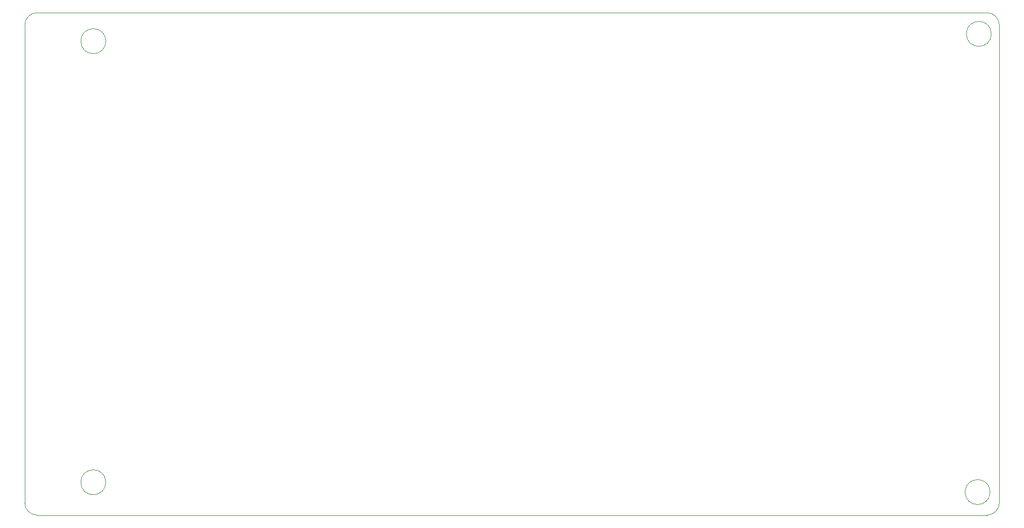
<source format=gbr>
%TF.GenerationSoftware,KiCad,Pcbnew,(5.1.9)-1*%
%TF.CreationDate,2021-05-09T20:57:10+02:00*%
%TF.ProjectId,opena3xx-hardware-controller-board,6f70656e-6133-4787-982d-686172647761,rev?*%
%TF.SameCoordinates,Original*%
%TF.FileFunction,Profile,NP*%
%FSLAX46Y46*%
G04 Gerber Fmt 4.6, Leading zero omitted, Abs format (unit mm)*
G04 Created by KiCad (PCBNEW (5.1.9)-1) date 2021-05-09 20:57:10*
%MOMM*%
%LPD*%
G01*
G04 APERTURE LIST*
%TA.AperFunction,Profile*%
%ADD10C,0.100000*%
%TD*%
%TA.AperFunction,Profile*%
%ADD11C,0.050000*%
%TD*%
G04 APERTURE END LIST*
D10*
X213265000Y-62230000D02*
G75*
G02*
X215265000Y-64230000I0J-2000000D01*
G01*
X215265000Y-140875000D02*
G75*
G02*
X213265000Y-142875000I-2000000J0D01*
G01*
X61000000Y-142875000D02*
G75*
G02*
X59000000Y-140875000I0J2000000D01*
G01*
X59000000Y-64230000D02*
G75*
G02*
X61000000Y-62230000I2000000J0D01*
G01*
D11*
X213965000Y-65630000D02*
G75*
G03*
X213965000Y-65630000I-2000000J0D01*
G01*
X213765000Y-139175000D02*
G75*
G03*
X213765000Y-139175000I-2000000J0D01*
G01*
X72000000Y-137600000D02*
G75*
G03*
X72000000Y-137600000I-2000000J0D01*
G01*
X72000000Y-66800000D02*
G75*
G03*
X72000000Y-66800000I-2000000J0D01*
G01*
D10*
X215265000Y-64230000D02*
X215265000Y-140875000D01*
X61000000Y-62230000D02*
X213265000Y-62230000D01*
X59000000Y-140875000D02*
X59000000Y-64230000D01*
X213265000Y-142875000D02*
X61000000Y-142875000D01*
M02*

</source>
